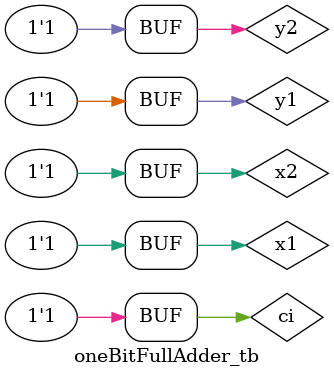
<source format=v>
module oneBitFullAdder(s,co,x,y,ci);
input x,y,ci;
output s,co;

assign co=(x&y) | (ci & (x^y));
assign s=x^y^ci;
endmodule
`timescale 1ns/1ps

module twoBitFullAdder(x1,x2,y1,y2,ci,co,s1,s2);
input x1,x2,y1,y2,ci;
output s1,s2,co;
wire cmid;
oneBitFullAdder uut(.s(s1),.co(cmid),.x(x1),.y(y1),.ci(ci));
oneBitFullAdder uus(.s(s2),.co(co),.x(x2),.y(y2),.ci(cmid));
endmodule

module oneBitFullAdder_tb;
reg x1,x2,y1,y2,ci;
wire s1,s2,co;
initial begin
	x1=0; x2=0; y1=0; y2=0; ci=0;
	#10;
	x1=1; x2=0; y1=0; y2=0; ci=0;
	#10;
	x1=0; x2=1; y1=1; y2=1; ci=1;
	#10;
	x1=0; x2=0; y1=1; y2=0; ci=1;
	#10;
	x1=0; x2=1; y1=0; y2=1; ci=0;
	#10;
	x1=0; x2=0; y1=0; y2=0; ci=1;
	#10;
	x1=1; x2=1; y1=0; y2=0; ci=0;
	#10;
	x1=1; x2=1; y1=1; y2=1; ci=1;
	#10;
end
twoBitFullAdder UUT(.x1(x1),.x2(x2),.y1(y1),.y2(y2),.ci(ci),.co(co),.s1(s1),.s2(s2));
endmodule
	

</source>
